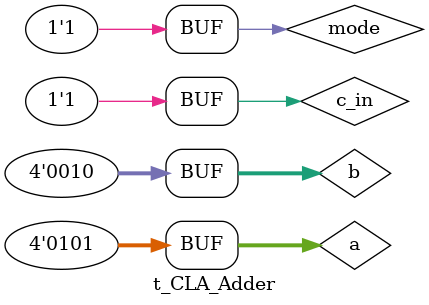
<source format=v>
`timescale 1ns / 1ps


module t_CLA_Adder;
// Inputs
reg [3:0] a;
reg [3:0] b;
reg c_in;
reg mode;

// Outputs
wire [3:0] sum;
wire c_out;

// Instantiate the Unit Under Test (UUT)
CLA_Adder uut (
.a(a),
.b(b),
.mode(mode),
.c_in(c_in),
.sum(sum),
.c_out(c_out)
);

initial begin
// Initialize Inputs
b = 4'b0010; a = 4'b0101;
c_in = 0;
mode = 0;
// Wait 100 ns for global reset to finish
#100;

c_in = 1;
mode = 1;
// Wait 100 ns for global reset to finish
#100;
end
endmodule
</source>
